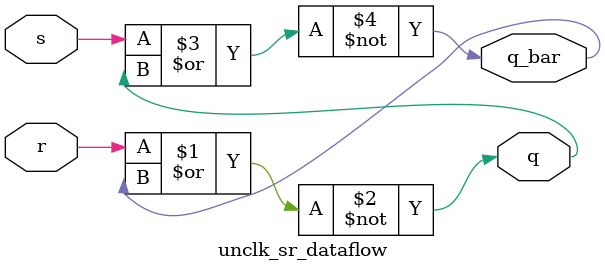
<source format=v>
module unclk_sr_dataflow (q, q_bar, r, s);

output q, q_bar;
input r, s;

assign q = ~(r | q_bar);
assign q_bar = ~(s | q);

endmodule
</source>
